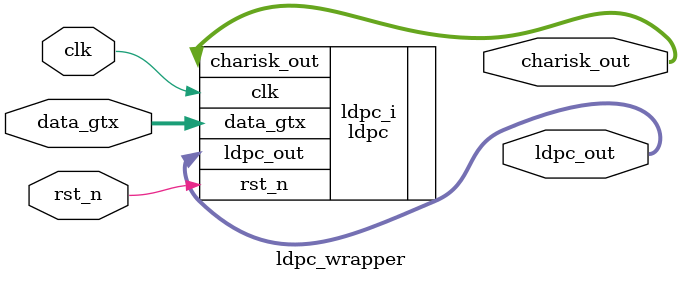
<source format=v>
`timescale 1 ps / 1 ps

module ldpc_wrapper
   (charisk_out,
    clk,
    data_gtx,
    ldpc_out,
    rst_n);
  output [1:0]charisk_out;
  input clk;
  input [15:0]data_gtx;
  output [15:0]ldpc_out;
  input rst_n;

  wire [1:0]charisk_out;
  wire clk;
  wire [15:0]data_gtx;
  wire [15:0]ldpc_out;
  wire rst_n;

  ldpc ldpc_i
       (.charisk_out(charisk_out),
        .clk(clk),
        .data_gtx(data_gtx),
        .ldpc_out(ldpc_out),
        .rst_n(rst_n));
endmodule

</source>
